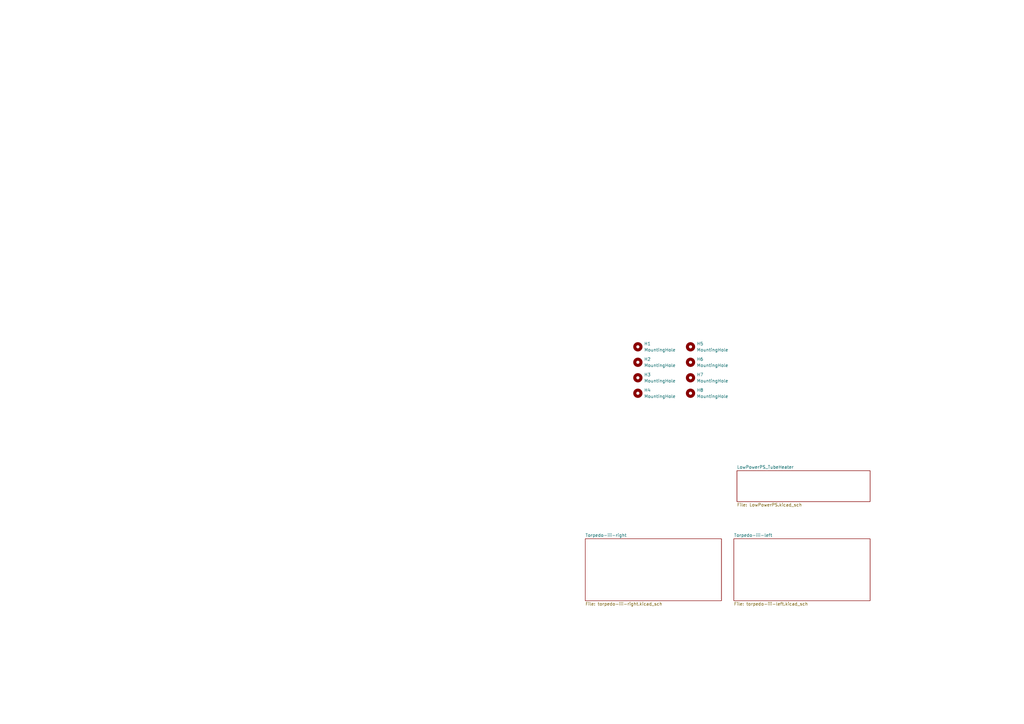
<source format=kicad_sch>
(kicad_sch (version 20231120) (generator "eeschema") (generator_version "8.0")
  (paper "A3")
  (title_block (title "GRHV Regulated PS - Torpedo iii") (date "2023-11-22") (rev "1.0"))
  (lib_symbols
    (symbol "Mechanical:MountingHole" (pin_names (offset 1.016))
      (property "Reference" "H" (at 0 5.08 0))
      (property "Value" "MountingHole" (at 0 3.175 0))
      (symbol "MountingHole_0_1"
        (circle (center 0 0) (radius 1.27) (stroke (width 1.27)))
      )
    )
  )
  (symbol (lib_id "Mechanical:MountingHole") (at 283.21 142.24 0) (unit 1)
    (property "Reference" "H5" (at 285.75 140.97 0) (effects (justify left)))
    (property "Value" "MountingHole" (at 285.75 143.51 0) (effects (justify left)))
    (property "Footprint" "MountingHole:MountingHole_3.5mm" (effects (hide yes)))
  )
  (symbol (lib_id "Mechanical:MountingHole") (at 283.21 161.29 0) (unit 1)
    (property "Reference" "H8" (at 285.75 160.02 0) (effects (justify left)))
    (property "Value" "MountingHole" (at 285.75 162.56 0) (effects (justify left)))
    (property "Footprint" "MountingHole:MountingHole_3.5mm" (effects (hide yes)))
  )
  (symbol (lib_id "Mechanical:MountingHole") (at 283.21 154.94 0) (unit 1)
    (property "Reference" "H7" (at 285.75 153.67 0) (effects (justify left)))
    (property "Value" "MountingHole" (at 285.75 156.21 0) (effects (justify left)))
    (property "Footprint" "MountingHole:MountingHole_3.5mm" (effects (hide yes)))
  )
  (symbol (lib_id "Mechanical:MountingHole") (at 261.62 142.24 0) (unit 1)
    (property "Reference" "H1" (at 264.16 140.97 0) (effects (justify left)))
    (property "Value" "MountingHole" (at 264.16 143.51 0) (effects (justify left)))
    (property "Footprint" "MountingHole:MountingHole_3.5mm" (effects (hide yes)))
  )
  (symbol (lib_id "Mechanical:MountingHole") (at 283.21 148.59 0) (unit 1)
    (property "Reference" "H6" (at 285.75 147.32 0) (effects (justify left)))
    (property "Value" "MountingHole" (at 285.75 149.86 0) (effects (justify left)))
    (property "Footprint" "MountingHole:MountingHole_3.5mm" (effects (hide yes)))
  )
  (symbol (lib_id "Mechanical:MountingHole") (at 261.62 148.59 0) (unit 1)
    (property "Reference" "H2" (at 264.16 147.32 0) (effects (justify left)))
    (property "Value" "MountingHole" (at 264.16 149.86 0) (effects (justify left)))
    (property "Footprint" "MountingHole:MountingHole_3.5mm" (effects (hide yes)))
  )
  (symbol (lib_id "Mechanical:MountingHole") (at 261.62 154.94 0) (unit 1)
    (property "Reference" "H3" (at 264.16 153.67 0) (effects (justify left)))
    (property "Value" "MountingHole" (at 264.16 156.21 0) (effects (justify left)))
    (property "Footprint" "MountingHole:MountingHole_3.5mm" (effects (hide yes)))
  )
  (symbol (lib_id "Mechanical:MountingHole") (at 261.62 161.29 0) (unit 1)
    (property "Reference" "H4" (at 264.16 160.02 0) (effects (justify left)))
    (property "Value" "MountingHole" (at 264.16 162.56 0) (effects (justify left)))
    (property "Footprint" "MountingHole:MountingHole_3.5mm" (effects (hide yes)))
  )
  (sheet (at 240.03 220.98) (size 55.88 25.4) (stroke (width 0.1524))
    (property "Sheetname" "Torpedo-iii-right" (at 240.03 220.2684 0) (effects (justify left bottom)))
    (property "Sheetfile" "torpedo-iii-right.kicad_sch" (at 240.03 246.9646 0) (effects (justify left top)))
  )
  (sheet (at 300.99 220.98) (size 55.88 25.4) (stroke (width 0.1524))
    (property "Sheetname" "Torpedo-iii-left" (at 300.99 220.2684 0) (effects (justify left bottom)))
    (property "Sheetfile" "torpedo-iii-left.kicad_sch" (at 300.99 246.9646 0) (effects (justify left top)))
  )
  (sheet (at 302.26 193.04) (size 54.61 12.7) (stroke (width 0.1524))
    (property "Sheetname" "LowPowerPS_TubeHeater" (at 302.26 192.3284 0) (effects (justify left bottom)))
    (property "Sheetfile" "LowPowerPS.kicad_sch" (at 302.26 206.3246 0) (effects (justify left top)))
  )
)
</source>
